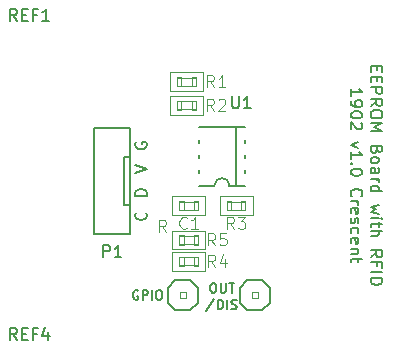
<source format=gto>
G04 #@! TF.GenerationSoftware,KiCad,Pcbnew,(5.0.2)-1*
G04 #@! TF.CreationDate,2019-02-16T11:26:36+09:00*
G04 #@! TF.ProjectId,EEPROM,45455052-4f4d-42e6-9b69-6361645f7063,v1.0*
G04 #@! TF.SameCoordinates,Original*
G04 #@! TF.FileFunction,Legend,Top*
G04 #@! TF.FilePolarity,Positive*
%FSLAX46Y46*%
G04 Gerber Fmt 4.6, Leading zero omitted, Abs format (unit mm)*
G04 Created by KiCad (PCBNEW (5.0.2)-1) date 2019/02/16 11:26:36*
%MOMM*%
%LPD*%
G01*
G04 APERTURE LIST*
%ADD10C,0.200000*%
%ADD11C,0.180000*%
%ADD12C,0.101600*%
%ADD13C,0.066040*%
%ADD14C,0.150000*%
%ADD15C,0.152400*%
%ADD16C,0.076200*%
G04 APERTURE END LIST*
D10*
X197500000Y-121661904D02*
X197652380Y-121661904D01*
X197728571Y-121700000D01*
X197804761Y-121776190D01*
X197842857Y-121928571D01*
X197842857Y-122195238D01*
X197804761Y-122347619D01*
X197728571Y-122423809D01*
X197652380Y-122461904D01*
X197500000Y-122461904D01*
X197423809Y-122423809D01*
X197347619Y-122347619D01*
X197309523Y-122195238D01*
X197309523Y-121928571D01*
X197347619Y-121776190D01*
X197423809Y-121700000D01*
X197500000Y-121661904D01*
X198185714Y-121661904D02*
X198185714Y-122309523D01*
X198223809Y-122385714D01*
X198261904Y-122423809D01*
X198338095Y-122461904D01*
X198490476Y-122461904D01*
X198566666Y-122423809D01*
X198604761Y-122385714D01*
X198642857Y-122309523D01*
X198642857Y-121661904D01*
X198909523Y-121661904D02*
X199366666Y-121661904D01*
X199138095Y-122461904D02*
X199138095Y-121661904D01*
X197671428Y-123023809D02*
X196985714Y-124052380D01*
X197938095Y-123861904D02*
X197938095Y-123061904D01*
X198128571Y-123061904D01*
X198242857Y-123100000D01*
X198319047Y-123176190D01*
X198357142Y-123252380D01*
X198395238Y-123404761D01*
X198395238Y-123519047D01*
X198357142Y-123671428D01*
X198319047Y-123747619D01*
X198242857Y-123823809D01*
X198128571Y-123861904D01*
X197938095Y-123861904D01*
X198738095Y-123861904D02*
X198738095Y-123061904D01*
X199080952Y-123823809D02*
X199195238Y-123861904D01*
X199385714Y-123861904D01*
X199461904Y-123823809D01*
X199500000Y-123785714D01*
X199538095Y-123709523D01*
X199538095Y-123633333D01*
X199500000Y-123557142D01*
X199461904Y-123519047D01*
X199385714Y-123480952D01*
X199233333Y-123442857D01*
X199157142Y-123404761D01*
X199119047Y-123366666D01*
X199080952Y-123290476D01*
X199080952Y-123214285D01*
X199119047Y-123138095D01*
X199157142Y-123100000D01*
X199233333Y-123061904D01*
X199423809Y-123061904D01*
X199538095Y-123100000D01*
X191200000Y-122300000D02*
X191123809Y-122261904D01*
X191009523Y-122261904D01*
X190895238Y-122300000D01*
X190819047Y-122376190D01*
X190780952Y-122452380D01*
X190742857Y-122604761D01*
X190742857Y-122719047D01*
X190780952Y-122871428D01*
X190819047Y-122947619D01*
X190895238Y-123023809D01*
X191009523Y-123061904D01*
X191085714Y-123061904D01*
X191200000Y-123023809D01*
X191238095Y-122985714D01*
X191238095Y-122719047D01*
X191085714Y-122719047D01*
X191580952Y-123061904D02*
X191580952Y-122261904D01*
X191885714Y-122261904D01*
X191961904Y-122300000D01*
X192000000Y-122338095D01*
X192038095Y-122414285D01*
X192038095Y-122528571D01*
X192000000Y-122604761D01*
X191961904Y-122642857D01*
X191885714Y-122680952D01*
X191580952Y-122680952D01*
X192380952Y-123061904D02*
X192380952Y-122261904D01*
X192914285Y-122261904D02*
X193066666Y-122261904D01*
X193142857Y-122300000D01*
X193219047Y-122376190D01*
X193257142Y-122528571D01*
X193257142Y-122795238D01*
X193219047Y-122947619D01*
X193142857Y-123023809D01*
X193066666Y-123061904D01*
X192914285Y-123061904D01*
X192838095Y-123023809D01*
X192761904Y-122947619D01*
X192723809Y-122795238D01*
X192723809Y-122528571D01*
X192761904Y-122376190D01*
X192838095Y-122300000D01*
X192914285Y-122261904D01*
X211421428Y-103261904D02*
X211421428Y-103595238D01*
X210897619Y-103738095D02*
X210897619Y-103261904D01*
X211897619Y-103261904D01*
X211897619Y-103738095D01*
X211421428Y-104166666D02*
X211421428Y-104500000D01*
X210897619Y-104642857D02*
X210897619Y-104166666D01*
X211897619Y-104166666D01*
X211897619Y-104642857D01*
X210897619Y-105071428D02*
X211897619Y-105071428D01*
X211897619Y-105452380D01*
X211850000Y-105547619D01*
X211802380Y-105595238D01*
X211707142Y-105642857D01*
X211564285Y-105642857D01*
X211469047Y-105595238D01*
X211421428Y-105547619D01*
X211373809Y-105452380D01*
X211373809Y-105071428D01*
X210897619Y-106642857D02*
X211373809Y-106309523D01*
X210897619Y-106071428D02*
X211897619Y-106071428D01*
X211897619Y-106452380D01*
X211850000Y-106547619D01*
X211802380Y-106595238D01*
X211707142Y-106642857D01*
X211564285Y-106642857D01*
X211469047Y-106595238D01*
X211421428Y-106547619D01*
X211373809Y-106452380D01*
X211373809Y-106071428D01*
X211897619Y-107261904D02*
X211897619Y-107452380D01*
X211850000Y-107547619D01*
X211754761Y-107642857D01*
X211564285Y-107690476D01*
X211230952Y-107690476D01*
X211040476Y-107642857D01*
X210945238Y-107547619D01*
X210897619Y-107452380D01*
X210897619Y-107261904D01*
X210945238Y-107166666D01*
X211040476Y-107071428D01*
X211230952Y-107023809D01*
X211564285Y-107023809D01*
X211754761Y-107071428D01*
X211850000Y-107166666D01*
X211897619Y-107261904D01*
X210897619Y-108119047D02*
X211897619Y-108119047D01*
X211183333Y-108452380D01*
X211897619Y-108785714D01*
X210897619Y-108785714D01*
X211421428Y-110357142D02*
X211373809Y-110500000D01*
X211326190Y-110547619D01*
X211230952Y-110595238D01*
X211088095Y-110595238D01*
X210992857Y-110547619D01*
X210945238Y-110500000D01*
X210897619Y-110404761D01*
X210897619Y-110023809D01*
X211897619Y-110023809D01*
X211897619Y-110357142D01*
X211850000Y-110452380D01*
X211802380Y-110500000D01*
X211707142Y-110547619D01*
X211611904Y-110547619D01*
X211516666Y-110500000D01*
X211469047Y-110452380D01*
X211421428Y-110357142D01*
X211421428Y-110023809D01*
X210897619Y-111166666D02*
X210945238Y-111071428D01*
X210992857Y-111023809D01*
X211088095Y-110976190D01*
X211373809Y-110976190D01*
X211469047Y-111023809D01*
X211516666Y-111071428D01*
X211564285Y-111166666D01*
X211564285Y-111309523D01*
X211516666Y-111404761D01*
X211469047Y-111452380D01*
X211373809Y-111500000D01*
X211088095Y-111500000D01*
X210992857Y-111452380D01*
X210945238Y-111404761D01*
X210897619Y-111309523D01*
X210897619Y-111166666D01*
X210897619Y-112357142D02*
X211421428Y-112357142D01*
X211516666Y-112309523D01*
X211564285Y-112214285D01*
X211564285Y-112023809D01*
X211516666Y-111928571D01*
X210945238Y-112357142D02*
X210897619Y-112261904D01*
X210897619Y-112023809D01*
X210945238Y-111928571D01*
X211040476Y-111880952D01*
X211135714Y-111880952D01*
X211230952Y-111928571D01*
X211278571Y-112023809D01*
X211278571Y-112261904D01*
X211326190Y-112357142D01*
X210897619Y-112833333D02*
X211564285Y-112833333D01*
X211373809Y-112833333D02*
X211469047Y-112880952D01*
X211516666Y-112928571D01*
X211564285Y-113023809D01*
X211564285Y-113119047D01*
X210897619Y-113880952D02*
X211897619Y-113880952D01*
X210945238Y-113880952D02*
X210897619Y-113785714D01*
X210897619Y-113595238D01*
X210945238Y-113500000D01*
X210992857Y-113452380D01*
X211088095Y-113404761D01*
X211373809Y-113404761D01*
X211469047Y-113452380D01*
X211516666Y-113500000D01*
X211564285Y-113595238D01*
X211564285Y-113785714D01*
X211516666Y-113880952D01*
X211564285Y-115023809D02*
X210897619Y-115214285D01*
X211373809Y-115404761D01*
X210897619Y-115595238D01*
X211564285Y-115785714D01*
X210897619Y-116166666D02*
X211564285Y-116166666D01*
X211897619Y-116166666D02*
X211850000Y-116119047D01*
X211802380Y-116166666D01*
X211850000Y-116214285D01*
X211897619Y-116166666D01*
X211802380Y-116166666D01*
X211564285Y-116500000D02*
X211564285Y-116880952D01*
X211897619Y-116642857D02*
X211040476Y-116642857D01*
X210945238Y-116690476D01*
X210897619Y-116785714D01*
X210897619Y-116880952D01*
X210897619Y-117214285D02*
X211897619Y-117214285D01*
X210897619Y-117642857D02*
X211421428Y-117642857D01*
X211516666Y-117595238D01*
X211564285Y-117500000D01*
X211564285Y-117357142D01*
X211516666Y-117261904D01*
X211469047Y-117214285D01*
X210897619Y-119452380D02*
X211373809Y-119119047D01*
X210897619Y-118880952D02*
X211897619Y-118880952D01*
X211897619Y-119261904D01*
X211850000Y-119357142D01*
X211802380Y-119404761D01*
X211707142Y-119452380D01*
X211564285Y-119452380D01*
X211469047Y-119404761D01*
X211421428Y-119357142D01*
X211373809Y-119261904D01*
X211373809Y-118880952D01*
X211421428Y-120214285D02*
X211421428Y-119880952D01*
X210897619Y-119880952D02*
X211897619Y-119880952D01*
X211897619Y-120357142D01*
X210897619Y-120738095D02*
X211897619Y-120738095D01*
X210897619Y-121214285D02*
X211897619Y-121214285D01*
X211897619Y-121452380D01*
X211850000Y-121595238D01*
X211754761Y-121690476D01*
X211659523Y-121738095D01*
X211469047Y-121785714D01*
X211326190Y-121785714D01*
X211135714Y-121738095D01*
X211040476Y-121690476D01*
X210945238Y-121595238D01*
X210897619Y-121452380D01*
X210897619Y-121214285D01*
X209197619Y-105785714D02*
X209197619Y-105214285D01*
X209197619Y-105500000D02*
X210197619Y-105500000D01*
X210054761Y-105404761D01*
X209959523Y-105309523D01*
X209911904Y-105214285D01*
X209197619Y-106261904D02*
X209197619Y-106452380D01*
X209245238Y-106547619D01*
X209292857Y-106595238D01*
X209435714Y-106690476D01*
X209626190Y-106738095D01*
X210007142Y-106738095D01*
X210102380Y-106690476D01*
X210150000Y-106642857D01*
X210197619Y-106547619D01*
X210197619Y-106357142D01*
X210150000Y-106261904D01*
X210102380Y-106214285D01*
X210007142Y-106166666D01*
X209769047Y-106166666D01*
X209673809Y-106214285D01*
X209626190Y-106261904D01*
X209578571Y-106357142D01*
X209578571Y-106547619D01*
X209626190Y-106642857D01*
X209673809Y-106690476D01*
X209769047Y-106738095D01*
X210197619Y-107357142D02*
X210197619Y-107452380D01*
X210150000Y-107547619D01*
X210102380Y-107595238D01*
X210007142Y-107642857D01*
X209816666Y-107690476D01*
X209578571Y-107690476D01*
X209388095Y-107642857D01*
X209292857Y-107595238D01*
X209245238Y-107547619D01*
X209197619Y-107452380D01*
X209197619Y-107357142D01*
X209245238Y-107261904D01*
X209292857Y-107214285D01*
X209388095Y-107166666D01*
X209578571Y-107119047D01*
X209816666Y-107119047D01*
X210007142Y-107166666D01*
X210102380Y-107214285D01*
X210150000Y-107261904D01*
X210197619Y-107357142D01*
X210102380Y-108071428D02*
X210150000Y-108119047D01*
X210197619Y-108214285D01*
X210197619Y-108452380D01*
X210150000Y-108547619D01*
X210102380Y-108595238D01*
X210007142Y-108642857D01*
X209911904Y-108642857D01*
X209769047Y-108595238D01*
X209197619Y-108023809D01*
X209197619Y-108642857D01*
X209864285Y-109738095D02*
X209197619Y-109976190D01*
X209864285Y-110214285D01*
X209197619Y-111119047D02*
X209197619Y-110547619D01*
X209197619Y-110833333D02*
X210197619Y-110833333D01*
X210054761Y-110738095D01*
X209959523Y-110642857D01*
X209911904Y-110547619D01*
X209292857Y-111547619D02*
X209245238Y-111595238D01*
X209197619Y-111547619D01*
X209245238Y-111500000D01*
X209292857Y-111547619D01*
X209197619Y-111547619D01*
X210197619Y-112214285D02*
X210197619Y-112309523D01*
X210150000Y-112404761D01*
X210102380Y-112452380D01*
X210007142Y-112500000D01*
X209816666Y-112547619D01*
X209578571Y-112547619D01*
X209388095Y-112500000D01*
X209292857Y-112452380D01*
X209245238Y-112404761D01*
X209197619Y-112309523D01*
X209197619Y-112214285D01*
X209245238Y-112119047D01*
X209292857Y-112071428D01*
X209388095Y-112023809D01*
X209578571Y-111976190D01*
X209816666Y-111976190D01*
X210007142Y-112023809D01*
X210102380Y-112071428D01*
X210150000Y-112119047D01*
X210197619Y-112214285D01*
X209292857Y-114309523D02*
X209245238Y-114261904D01*
X209197619Y-114119047D01*
X209197619Y-114023809D01*
X209245238Y-113880952D01*
X209340476Y-113785714D01*
X209435714Y-113738095D01*
X209626190Y-113690476D01*
X209769047Y-113690476D01*
X209959523Y-113738095D01*
X210054761Y-113785714D01*
X210150000Y-113880952D01*
X210197619Y-114023809D01*
X210197619Y-114119047D01*
X210150000Y-114261904D01*
X210102380Y-114309523D01*
X209197619Y-114738095D02*
X209864285Y-114738095D01*
X209673809Y-114738095D02*
X209769047Y-114785714D01*
X209816666Y-114833333D01*
X209864285Y-114928571D01*
X209864285Y-115023809D01*
X209245238Y-115738095D02*
X209197619Y-115642857D01*
X209197619Y-115452380D01*
X209245238Y-115357142D01*
X209340476Y-115309523D01*
X209721428Y-115309523D01*
X209816666Y-115357142D01*
X209864285Y-115452380D01*
X209864285Y-115642857D01*
X209816666Y-115738095D01*
X209721428Y-115785714D01*
X209626190Y-115785714D01*
X209530952Y-115309523D01*
X209245238Y-116166666D02*
X209197619Y-116261904D01*
X209197619Y-116452380D01*
X209245238Y-116547619D01*
X209340476Y-116595238D01*
X209388095Y-116595238D01*
X209483333Y-116547619D01*
X209530952Y-116452380D01*
X209530952Y-116309523D01*
X209578571Y-116214285D01*
X209673809Y-116166666D01*
X209721428Y-116166666D01*
X209816666Y-116214285D01*
X209864285Y-116309523D01*
X209864285Y-116452380D01*
X209816666Y-116547619D01*
X209245238Y-117452380D02*
X209197619Y-117357142D01*
X209197619Y-117166666D01*
X209245238Y-117071428D01*
X209292857Y-117023809D01*
X209388095Y-116976190D01*
X209673809Y-116976190D01*
X209769047Y-117023809D01*
X209816666Y-117071428D01*
X209864285Y-117166666D01*
X209864285Y-117357142D01*
X209816666Y-117452380D01*
X209245238Y-118261904D02*
X209197619Y-118166666D01*
X209197619Y-117976190D01*
X209245238Y-117880952D01*
X209340476Y-117833333D01*
X209721428Y-117833333D01*
X209816666Y-117880952D01*
X209864285Y-117976190D01*
X209864285Y-118166666D01*
X209816666Y-118261904D01*
X209721428Y-118309523D01*
X209626190Y-118309523D01*
X209530952Y-117833333D01*
X209864285Y-118738095D02*
X209197619Y-118738095D01*
X209769047Y-118738095D02*
X209816666Y-118785714D01*
X209864285Y-118880952D01*
X209864285Y-119023809D01*
X209816666Y-119119047D01*
X209721428Y-119166666D01*
X209197619Y-119166666D01*
X209864285Y-119500000D02*
X209864285Y-119880952D01*
X210197619Y-119642857D02*
X209340476Y-119642857D01*
X209245238Y-119690476D01*
X209197619Y-119785714D01*
X209197619Y-119880952D01*
D11*
G04 #@! TO.C,U1*
X196350000Y-108400000D02*
X200250000Y-108400000D01*
X200250000Y-113400000D02*
X198935000Y-113400000D01*
X197665000Y-113400000D02*
X196350000Y-113400000D01*
X199500000Y-108400000D02*
X199500000Y-113400000D01*
X196350000Y-112297000D02*
X196350000Y-112043000D01*
X196350000Y-111027000D02*
X196350000Y-110773000D01*
X196350000Y-109757000D02*
X196350000Y-109503000D01*
X200250000Y-112297000D02*
X200250000Y-112043000D01*
X200250000Y-111027000D02*
X200250000Y-110773000D01*
X200250000Y-109757000D02*
X200250000Y-109503000D01*
X198935000Y-113400000D02*
G75*
G03X197665000Y-113400000I-635000J0D01*
G01*
D12*
G04 #@! TO.C,C1*
X196223900Y-115447980D02*
X194776100Y-115447980D01*
X194776100Y-114752020D02*
X196223900Y-114752020D01*
D13*
X194100460Y-115897560D02*
X194100460Y-114302440D01*
X194100460Y-114302440D02*
X196899540Y-114302440D01*
X196899540Y-115897560D02*
X196899540Y-114302440D01*
X194100460Y-115897560D02*
X196899540Y-115897560D01*
X195949580Y-115498780D02*
X195949580Y-114701220D01*
X195949580Y-114701220D02*
X196297560Y-114701220D01*
X196297560Y-115498780D02*
X196297560Y-114701220D01*
X195949580Y-115498780D02*
X196297560Y-115498780D01*
X194702440Y-115498780D02*
X194702440Y-114701220D01*
X194702440Y-114701220D02*
X195050420Y-114701220D01*
X195050420Y-115498780D02*
X195050420Y-114701220D01*
X194702440Y-115498780D02*
X195050420Y-115498780D01*
D14*
G04 #@! TO.C,P1*
X190500000Y-111000000D02*
X190000000Y-111000000D01*
X190000000Y-111000000D02*
X190000000Y-115000000D01*
X190000000Y-115000000D02*
X190500000Y-115000000D01*
X190500000Y-113000000D02*
X190500000Y-117500000D01*
X190500000Y-117500000D02*
X187500000Y-117500000D01*
X187500000Y-117500000D02*
X187500000Y-108500000D01*
X187500000Y-108500000D02*
X190500000Y-108500000D01*
X190500000Y-108500000D02*
X190500000Y-113000000D01*
D13*
G04 #@! TO.C,R1*
X194502440Y-104998780D02*
X194850420Y-104998780D01*
X194850420Y-104998780D02*
X194850420Y-104201220D01*
X194502440Y-104201220D02*
X194850420Y-104201220D01*
X194502440Y-104998780D02*
X194502440Y-104201220D01*
X195749580Y-104998780D02*
X196097560Y-104998780D01*
X196097560Y-104998780D02*
X196097560Y-104201220D01*
X195749580Y-104201220D02*
X196097560Y-104201220D01*
X195749580Y-104998780D02*
X195749580Y-104201220D01*
X193900460Y-105397560D02*
X196699540Y-105397560D01*
X196699540Y-105397560D02*
X196699540Y-103802440D01*
X193900460Y-103802440D02*
X196699540Y-103802440D01*
X193900460Y-105397560D02*
X193900460Y-103802440D01*
D12*
X194576100Y-104252020D02*
X196023900Y-104252020D01*
X196023900Y-104947980D02*
X194576100Y-104947980D01*
D13*
G04 #@! TO.C,R2*
X194502440Y-106998780D02*
X194850420Y-106998780D01*
X194850420Y-106998780D02*
X194850420Y-106201220D01*
X194502440Y-106201220D02*
X194850420Y-106201220D01*
X194502440Y-106998780D02*
X194502440Y-106201220D01*
X195749580Y-106998780D02*
X196097560Y-106998780D01*
X196097560Y-106998780D02*
X196097560Y-106201220D01*
X195749580Y-106201220D02*
X196097560Y-106201220D01*
X195749580Y-106998780D02*
X195749580Y-106201220D01*
X193900460Y-107397560D02*
X196699540Y-107397560D01*
X196699540Y-107397560D02*
X196699540Y-105802440D01*
X193900460Y-105802440D02*
X196699540Y-105802440D01*
X193900460Y-107397560D02*
X193900460Y-105802440D01*
D12*
X194576100Y-106252020D02*
X196023900Y-106252020D01*
X196023900Y-106947980D02*
X194576100Y-106947980D01*
G04 #@! TO.C,R3*
X198776100Y-114752020D02*
X200223900Y-114752020D01*
X200223900Y-115447980D02*
X198776100Y-115447980D01*
D13*
X200899540Y-114302440D02*
X200899540Y-115897560D01*
X200899540Y-115897560D02*
X198100460Y-115897560D01*
X198100460Y-114302440D02*
X198100460Y-115897560D01*
X200899540Y-114302440D02*
X198100460Y-114302440D01*
X199050420Y-114701220D02*
X199050420Y-115498780D01*
X199050420Y-115498780D02*
X198702440Y-115498780D01*
X198702440Y-114701220D02*
X198702440Y-115498780D01*
X199050420Y-114701220D02*
X198702440Y-114701220D01*
X200297560Y-114701220D02*
X200297560Y-115498780D01*
X200297560Y-115498780D02*
X199949580Y-115498780D01*
X199949580Y-114701220D02*
X199949580Y-115498780D01*
X200297560Y-114701220D02*
X199949580Y-114701220D01*
G04 #@! TO.C,TP1*
X200846000Y-122954000D02*
X201354000Y-122954000D01*
X201354000Y-122954000D02*
X201354000Y-122446000D01*
X200846000Y-122446000D02*
X201354000Y-122446000D01*
X200846000Y-122954000D02*
X200846000Y-122446000D01*
D15*
X200465000Y-121430000D02*
X201735000Y-121430000D01*
X201735000Y-121430000D02*
X202370000Y-122065000D01*
X202370000Y-122065000D02*
X202370000Y-123335000D01*
X202370000Y-123335000D02*
X201735000Y-123970000D01*
X199830000Y-122065000D02*
X199830000Y-123335000D01*
X200465000Y-121430000D02*
X199830000Y-122065000D01*
X199830000Y-123335000D02*
X200465000Y-123970000D01*
X201735000Y-123970000D02*
X200465000Y-123970000D01*
G04 #@! TO.C,TP2*
X195635000Y-123970000D02*
X194365000Y-123970000D01*
X193730000Y-123335000D02*
X194365000Y-123970000D01*
X194365000Y-121430000D02*
X193730000Y-122065000D01*
X193730000Y-122065000D02*
X193730000Y-123335000D01*
X196270000Y-123335000D02*
X195635000Y-123970000D01*
X196270000Y-122065000D02*
X196270000Y-123335000D01*
X195635000Y-121430000D02*
X196270000Y-122065000D01*
X194365000Y-121430000D02*
X195635000Y-121430000D01*
D13*
X194746000Y-122954000D02*
X194746000Y-122446000D01*
X194746000Y-122446000D02*
X195254000Y-122446000D01*
X195254000Y-122954000D02*
X195254000Y-122446000D01*
X194746000Y-122954000D02*
X195254000Y-122954000D01*
G04 #@! TO.C,R4*
X194702440Y-120198780D02*
X195050420Y-120198780D01*
X195050420Y-120198780D02*
X195050420Y-119401220D01*
X194702440Y-119401220D02*
X195050420Y-119401220D01*
X194702440Y-120198780D02*
X194702440Y-119401220D01*
X195949580Y-120198780D02*
X196297560Y-120198780D01*
X196297560Y-120198780D02*
X196297560Y-119401220D01*
X195949580Y-119401220D02*
X196297560Y-119401220D01*
X195949580Y-120198780D02*
X195949580Y-119401220D01*
X194100460Y-120597560D02*
X196899540Y-120597560D01*
X196899540Y-120597560D02*
X196899540Y-119002440D01*
X194100460Y-119002440D02*
X196899540Y-119002440D01*
X194100460Y-120597560D02*
X194100460Y-119002440D01*
D12*
X194776100Y-119452020D02*
X196223900Y-119452020D01*
X196223900Y-120147980D02*
X194776100Y-120147980D01*
G04 #@! TO.C,R5*
X194776100Y-117652020D02*
X196223900Y-117652020D01*
X196223900Y-118347980D02*
X194776100Y-118347980D01*
D13*
X196899540Y-117202440D02*
X196899540Y-118797560D01*
X196899540Y-118797560D02*
X194100460Y-118797560D01*
X194100460Y-117202440D02*
X194100460Y-118797560D01*
X196899540Y-117202440D02*
X194100460Y-117202440D01*
X195050420Y-117601220D02*
X195050420Y-118398780D01*
X195050420Y-118398780D02*
X194702440Y-118398780D01*
X194702440Y-117601220D02*
X194702440Y-118398780D01*
X195050420Y-117601220D02*
X194702440Y-117601220D01*
X196297560Y-117601220D02*
X196297560Y-118398780D01*
X196297560Y-118398780D02*
X195949580Y-118398780D01*
X195949580Y-117601220D02*
X195949580Y-118398780D01*
X196297560Y-117601220D02*
X195949580Y-117601220D01*
G04 #@! TO.C,REF4*
D14*
X180952380Y-126452380D02*
X180619047Y-125976190D01*
X180380952Y-126452380D02*
X180380952Y-125452380D01*
X180761904Y-125452380D01*
X180857142Y-125500000D01*
X180904761Y-125547619D01*
X180952380Y-125642857D01*
X180952380Y-125785714D01*
X180904761Y-125880952D01*
X180857142Y-125928571D01*
X180761904Y-125976190D01*
X180380952Y-125976190D01*
X181380952Y-125928571D02*
X181714285Y-125928571D01*
X181857142Y-126452380D02*
X181380952Y-126452380D01*
X181380952Y-125452380D01*
X181857142Y-125452380D01*
X182619047Y-125928571D02*
X182285714Y-125928571D01*
X182285714Y-126452380D02*
X182285714Y-125452380D01*
X182761904Y-125452380D01*
X183571428Y-125785714D02*
X183571428Y-126452380D01*
X183333333Y-125404761D02*
X183095238Y-126119047D01*
X183714285Y-126119047D01*
G04 #@! TO.C,U1*
D11*
X199155095Y-105852380D02*
X199155095Y-106661904D01*
X199202714Y-106757142D01*
X199250333Y-106804761D01*
X199345571Y-106852380D01*
X199536047Y-106852380D01*
X199631285Y-106804761D01*
X199678904Y-106757142D01*
X199726523Y-106661904D01*
X199726523Y-105852380D01*
X200726523Y-106852380D02*
X200155095Y-106852380D01*
X200440809Y-106852380D02*
X200440809Y-105852380D01*
X200345571Y-105995238D01*
X200250333Y-106090476D01*
X200155095Y-106138095D01*
G04 #@! TO.C,REF1*
D14*
X180952380Y-99451880D02*
X180619047Y-98975690D01*
X180380952Y-99451880D02*
X180380952Y-98451880D01*
X180761904Y-98451880D01*
X180857142Y-98499500D01*
X180904761Y-98547119D01*
X180952380Y-98642357D01*
X180952380Y-98785214D01*
X180904761Y-98880452D01*
X180857142Y-98928071D01*
X180761904Y-98975690D01*
X180380952Y-98975690D01*
X181380952Y-98928071D02*
X181714285Y-98928071D01*
X181857142Y-99451880D02*
X181380952Y-99451880D01*
X181380952Y-98451880D01*
X181857142Y-98451880D01*
X182619047Y-98928071D02*
X182285714Y-98928071D01*
X182285714Y-99451880D02*
X182285714Y-98451880D01*
X182761904Y-98451880D01*
X183666666Y-99451880D02*
X183095238Y-99451880D01*
X183380952Y-99451880D02*
X183380952Y-98451880D01*
X183285714Y-98594738D01*
X183190476Y-98689976D01*
X183095238Y-98737595D01*
G04 #@! TO.C,C1*
D16*
X195330666Y-116962857D02*
X195282285Y-117011238D01*
X195137142Y-117059619D01*
X195040380Y-117059619D01*
X194895238Y-117011238D01*
X194798476Y-116914476D01*
X194750095Y-116817714D01*
X194701714Y-116624190D01*
X194701714Y-116479047D01*
X194750095Y-116285523D01*
X194798476Y-116188761D01*
X194895238Y-116092000D01*
X195040380Y-116043619D01*
X195137142Y-116043619D01*
X195282285Y-116092000D01*
X195330666Y-116140380D01*
X196298285Y-117059619D02*
X195717714Y-117059619D01*
X196008000Y-117059619D02*
X196008000Y-116043619D01*
X195911238Y-116188761D01*
X195814476Y-116285523D01*
X195717714Y-116333904D01*
G04 #@! TO.C,P1*
D14*
X188261904Y-119452380D02*
X188261904Y-118452380D01*
X188642857Y-118452380D01*
X188738095Y-118500000D01*
X188785714Y-118547619D01*
X188833333Y-118642857D01*
X188833333Y-118785714D01*
X188785714Y-118880952D01*
X188738095Y-118928571D01*
X188642857Y-118976190D01*
X188261904Y-118976190D01*
X189785714Y-119452380D02*
X189214285Y-119452380D01*
X189500000Y-119452380D02*
X189500000Y-118452380D01*
X189404761Y-118595238D01*
X189309523Y-118690476D01*
X189214285Y-118738095D01*
X191857142Y-115690476D02*
X191904761Y-115738095D01*
X191952380Y-115880952D01*
X191952380Y-115976190D01*
X191904761Y-116119047D01*
X191809523Y-116214285D01*
X191714285Y-116261904D01*
X191523809Y-116309523D01*
X191380952Y-116309523D01*
X191190476Y-116261904D01*
X191095238Y-116214285D01*
X191000000Y-116119047D01*
X190952380Y-115976190D01*
X190952380Y-115880952D01*
X191000000Y-115738095D01*
X191047619Y-115690476D01*
X191952380Y-114261904D02*
X190952380Y-114261904D01*
X190952380Y-114023809D01*
X191000000Y-113880952D01*
X191095238Y-113785714D01*
X191190476Y-113738095D01*
X191380952Y-113690476D01*
X191523809Y-113690476D01*
X191714285Y-113738095D01*
X191809523Y-113785714D01*
X191904761Y-113880952D01*
X191952380Y-114023809D01*
X191952380Y-114261904D01*
X190952380Y-112333333D02*
X191952380Y-112000000D01*
X190952380Y-111666666D01*
X191000000Y-109738095D02*
X190952380Y-109833333D01*
X190952380Y-109976190D01*
X191000000Y-110119047D01*
X191095238Y-110214285D01*
X191190476Y-110261904D01*
X191380952Y-110309523D01*
X191523809Y-110309523D01*
X191714285Y-110261904D01*
X191809523Y-110214285D01*
X191904761Y-110119047D01*
X191952380Y-109976190D01*
X191952380Y-109880952D01*
X191904761Y-109738095D01*
X191857142Y-109690476D01*
X191523809Y-109690476D01*
X191523809Y-109880952D01*
G04 #@! TO.C,R1*
D16*
X197630666Y-105059619D02*
X197292000Y-104575809D01*
X197050095Y-105059619D02*
X197050095Y-104043619D01*
X197437142Y-104043619D01*
X197533904Y-104092000D01*
X197582285Y-104140380D01*
X197630666Y-104237142D01*
X197630666Y-104382285D01*
X197582285Y-104479047D01*
X197533904Y-104527428D01*
X197437142Y-104575809D01*
X197050095Y-104575809D01*
X198598285Y-105059619D02*
X198017714Y-105059619D01*
X198308000Y-105059619D02*
X198308000Y-104043619D01*
X198211238Y-104188761D01*
X198114476Y-104285523D01*
X198017714Y-104333904D01*
G04 #@! TO.C,R2*
X197630666Y-107059619D02*
X197292000Y-106575809D01*
X197050095Y-107059619D02*
X197050095Y-106043619D01*
X197437142Y-106043619D01*
X197533904Y-106092000D01*
X197582285Y-106140380D01*
X197630666Y-106237142D01*
X197630666Y-106382285D01*
X197582285Y-106479047D01*
X197533904Y-106527428D01*
X197437142Y-106575809D01*
X197050095Y-106575809D01*
X198017714Y-106140380D02*
X198066095Y-106092000D01*
X198162857Y-106043619D01*
X198404761Y-106043619D01*
X198501523Y-106092000D01*
X198549904Y-106140380D01*
X198598285Y-106237142D01*
X198598285Y-106333904D01*
X198549904Y-106479047D01*
X197969333Y-107059619D01*
X198598285Y-107059619D01*
G04 #@! TO.C,R3*
X199330666Y-117059619D02*
X198992000Y-116575809D01*
X198750095Y-117059619D02*
X198750095Y-116043619D01*
X199137142Y-116043619D01*
X199233904Y-116092000D01*
X199282285Y-116140380D01*
X199330666Y-116237142D01*
X199330666Y-116382285D01*
X199282285Y-116479047D01*
X199233904Y-116527428D01*
X199137142Y-116575809D01*
X198750095Y-116575809D01*
X199669333Y-116043619D02*
X200298285Y-116043619D01*
X199959619Y-116430666D01*
X200104761Y-116430666D01*
X200201523Y-116479047D01*
X200249904Y-116527428D01*
X200298285Y-116624190D01*
X200298285Y-116866095D01*
X200249904Y-116962857D01*
X200201523Y-117011238D01*
X200104761Y-117059619D01*
X199814476Y-117059619D01*
X199717714Y-117011238D01*
X199669333Y-116962857D01*
G04 #@! TO.C,R4*
X197730666Y-120259619D02*
X197392000Y-119775809D01*
X197150095Y-120259619D02*
X197150095Y-119243619D01*
X197537142Y-119243619D01*
X197633904Y-119292000D01*
X197682285Y-119340380D01*
X197730666Y-119437142D01*
X197730666Y-119582285D01*
X197682285Y-119679047D01*
X197633904Y-119727428D01*
X197537142Y-119775809D01*
X197150095Y-119775809D01*
X198601523Y-119582285D02*
X198601523Y-120259619D01*
X198359619Y-119195238D02*
X198117714Y-119920952D01*
X198746666Y-119920952D01*
G04 #@! TO.C,R5*
X197730666Y-118459619D02*
X197392000Y-117975809D01*
X197150095Y-118459619D02*
X197150095Y-117443619D01*
X197537142Y-117443619D01*
X197633904Y-117492000D01*
X197682285Y-117540380D01*
X197730666Y-117637142D01*
X197730666Y-117782285D01*
X197682285Y-117879047D01*
X197633904Y-117927428D01*
X197537142Y-117975809D01*
X197150095Y-117975809D01*
X198649904Y-117443619D02*
X198166095Y-117443619D01*
X198117714Y-117927428D01*
X198166095Y-117879047D01*
X198262857Y-117830666D01*
X198504761Y-117830666D01*
X198601523Y-117879047D01*
X198649904Y-117927428D01*
X198698285Y-118024190D01*
X198698285Y-118266095D01*
X198649904Y-118362857D01*
X198601523Y-118411238D01*
X198504761Y-118459619D01*
X198262857Y-118459619D01*
X198166095Y-118411238D01*
X198117714Y-118362857D01*
X193566576Y-117319159D02*
X193227909Y-116835349D01*
X192986004Y-117319159D02*
X192986004Y-116303159D01*
X193373052Y-116303159D01*
X193469814Y-116351540D01*
X193518195Y-116399920D01*
X193566576Y-116496682D01*
X193566576Y-116641825D01*
X193518195Y-116738587D01*
X193469814Y-116786968D01*
X193373052Y-116835349D01*
X192986004Y-116835349D01*
G04 #@! TD*
M02*

</source>
